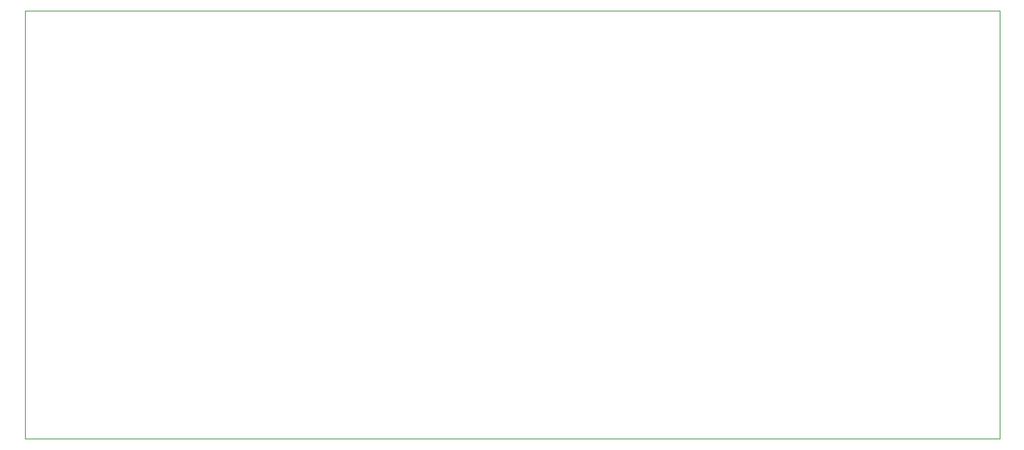
<source format=gbr>
G04 #@! TF.FileFunction,Profile,NP*
%FSLAX46Y46*%
G04 Gerber Fmt 4.6, Leading zero omitted, Abs format (unit mm)*
G04 Created by KiCad (PCBNEW 4.0.6) date Wednesday, 03 May 2017 'AMt' 11:52:44*
%MOMM*%
%LPD*%
G01*
G04 APERTURE LIST*
%ADD10C,0.100000*%
G04 APERTURE END LIST*
D10*
X87630000Y-128270000D02*
X87630000Y-130810000D01*
X203200000Y-130810000D02*
X87630000Y-130810000D01*
X203200000Y-128270000D02*
X203200000Y-130810000D01*
X87630000Y-80010000D02*
X87630000Y-128270000D01*
X203200000Y-80010000D02*
X87630000Y-80010000D01*
X203200000Y-128270000D02*
X203200000Y-80010000D01*
M02*

</source>
